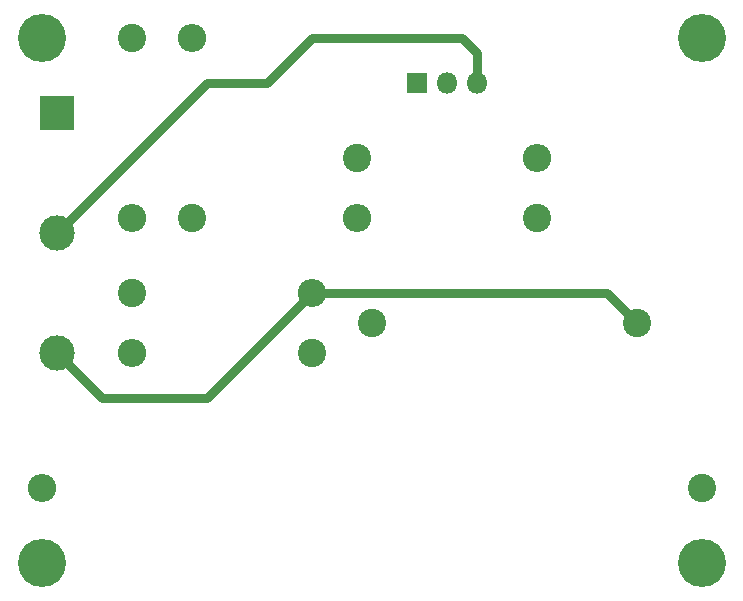
<source format=gbr>
G04 #@! TF.FileFunction,Copper,L2,Bot,Signal*
%FSLAX46Y46*%
G04 Gerber Fmt 4.6, Leading zero omitted, Abs format (unit mm)*
G04 Created by KiCad (PCBNEW 4.0.7) date Wednesday, October 03, 2018 'AMt' 10:44:15 AM*
%MOMM*%
%LPD*%
G01*
G04 APERTURE LIST*
%ADD10C,0.100000*%
%ADD11C,4.064000*%
%ADD12C,2.400000*%
%ADD13R,3.000000X3.000000*%
%ADD14C,3.000000*%
%ADD15O,2.400000X2.400000*%
%ADD16R,1.800000X1.800000*%
%ADD17O,1.800000X1.800000*%
%ADD18C,0.750000*%
G04 APERTURE END LIST*
D10*
D11*
X124460000Y-100330000D03*
D12*
X152400000Y-80010000D03*
X174900000Y-80010000D03*
D13*
X125730000Y-62230000D03*
D14*
X125730000Y-72390000D03*
X125730000Y-82550000D03*
D12*
X151130000Y-66040000D03*
D15*
X166370000Y-66040000D03*
D12*
X166370000Y-71120000D03*
D15*
X151130000Y-71120000D03*
D12*
X132080000Y-55880000D03*
D15*
X132080000Y-71120000D03*
D12*
X137160000Y-71120000D03*
D15*
X137160000Y-55880000D03*
D12*
X147320000Y-82550000D03*
D15*
X132080000Y-82550000D03*
D12*
X132080000Y-77470000D03*
D15*
X147320000Y-77470000D03*
D16*
X156210000Y-59690000D03*
D17*
X158750000Y-59690000D03*
X161290000Y-59690000D03*
D11*
X124460000Y-55880000D03*
X180340000Y-55880000D03*
X180340000Y-100330000D03*
D12*
X180340000Y-93980000D03*
D15*
X124460000Y-93980000D03*
D18*
X147320000Y-77470000D02*
X172360000Y-77470000D01*
X172360000Y-77470000D02*
X174900000Y-80010000D01*
X125730000Y-82550000D02*
X129540000Y-86360000D01*
X138430000Y-86360000D02*
X147320000Y-77470000D01*
X129540000Y-86360000D02*
X138430000Y-86360000D01*
X125730000Y-72390000D02*
X138430000Y-59690000D01*
X161290000Y-57150000D02*
X161290000Y-59690000D01*
X160020000Y-55880000D02*
X161290000Y-57150000D01*
X147320000Y-55880000D02*
X160020000Y-55880000D01*
X143510000Y-59690000D02*
X147320000Y-55880000D01*
X138430000Y-59690000D02*
X143510000Y-59690000D01*
M02*

</source>
